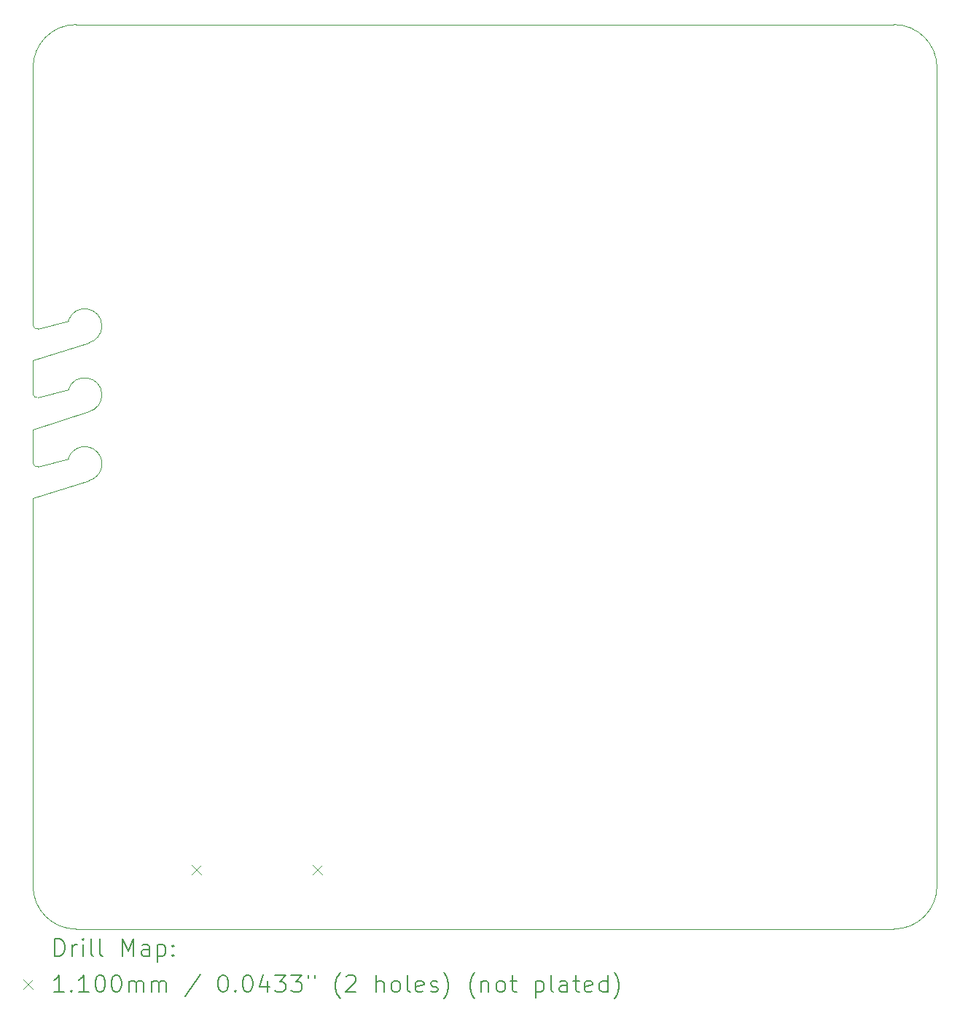
<source format=gbr>
%TF.GenerationSoftware,KiCad,Pcbnew,(6.0.7)*%
%TF.CreationDate,2022-10-06T16:10:52+02:00*%
%TF.ProjectId,mobo,6d6f626f-2e6b-4696-9361-645f70636258,4A*%
%TF.SameCoordinates,Original*%
%TF.FileFunction,Drillmap*%
%TF.FilePolarity,Positive*%
%FSLAX45Y45*%
G04 Gerber Fmt 4.5, Leading zero omitted, Abs format (unit mm)*
G04 Created by KiCad (PCBNEW (6.0.7)) date 2022-10-06 16:10:52*
%MOMM*%
%LPD*%
G01*
G04 APERTURE LIST*
%ADD10C,0.050000*%
%ADD11C,0.200000*%
%ADD12C,0.110000*%
G04 APERTURE END LIST*
D10*
X15900000Y-4100000D02*
X6400000Y-4100000D01*
X6400000Y-4100000D02*
G75*
G03*
X5900000Y-4600000I0J-500000D01*
G01*
X16400000Y-4600000D02*
G75*
G03*
X15900000Y-4100000I-500000J0D01*
G01*
X16400000Y-14100000D02*
X16400000Y-4600000D01*
X6700000Y-8400000D02*
G75*
G03*
X6310263Y-8336754I-200000J0D01*
G01*
X6548683Y-9393761D02*
G75*
G03*
X6310440Y-9136489I-48503J194031D01*
G01*
X5900000Y-9189734D02*
X5900000Y-8800000D01*
X6310263Y-8336754D02*
X5960000Y-8430000D01*
X6548507Y-8594028D02*
X5900000Y-8800000D01*
X6310263Y-7536754D02*
X5960000Y-7630000D01*
X6310440Y-9136489D02*
X5960000Y-9229734D01*
X6700000Y-7600000D02*
G75*
G03*
X6310263Y-7536754I-200000J0D01*
G01*
X5899996Y-9189735D02*
G75*
G03*
X5960000Y-9229734I44564J1845D01*
G01*
X6548507Y-7794028D02*
G75*
G03*
X6700000Y-7600000I-48507J194029D01*
G01*
X5900000Y-7590000D02*
G75*
G03*
X5960000Y-7630000I44340J1510D01*
G01*
X6548507Y-8594028D02*
G75*
G03*
X6700000Y-8400000I-48507J194028D01*
G01*
X6400000Y-14600000D02*
X15900000Y-14600000D01*
X5900000Y-9599734D02*
X5900000Y-14100000D01*
X6548507Y-7794028D02*
X5900000Y-8000000D01*
X5900000Y-14100000D02*
G75*
G03*
X6400000Y-14600000I500000J0D01*
G01*
X6548684Y-9393763D02*
X5900000Y-9599734D01*
X5900000Y-7590000D02*
X5900000Y-4600000D01*
X5900000Y-8390000D02*
G75*
G03*
X5960000Y-8430000I44560J1840D01*
G01*
X5900000Y-8000000D02*
X5900000Y-8390000D01*
X15900000Y-14600000D02*
G75*
G03*
X16400000Y-14100000I0J500000D01*
G01*
D11*
D12*
X7745000Y-13855000D02*
X7855000Y-13965000D01*
X7855000Y-13855000D02*
X7745000Y-13965000D01*
X9145000Y-13855000D02*
X9255000Y-13965000D01*
X9255000Y-13855000D02*
X9145000Y-13965000D01*
D11*
X6155119Y-14912976D02*
X6155119Y-14712976D01*
X6202738Y-14712976D01*
X6231309Y-14722500D01*
X6250357Y-14741548D01*
X6259881Y-14760595D01*
X6269405Y-14798690D01*
X6269405Y-14827262D01*
X6259881Y-14865357D01*
X6250357Y-14884405D01*
X6231309Y-14903452D01*
X6202738Y-14912976D01*
X6155119Y-14912976D01*
X6355119Y-14912976D02*
X6355119Y-14779643D01*
X6355119Y-14817738D02*
X6364643Y-14798690D01*
X6374167Y-14789167D01*
X6393214Y-14779643D01*
X6412262Y-14779643D01*
X6478928Y-14912976D02*
X6478928Y-14779643D01*
X6478928Y-14712976D02*
X6469405Y-14722500D01*
X6478928Y-14732024D01*
X6488452Y-14722500D01*
X6478928Y-14712976D01*
X6478928Y-14732024D01*
X6602738Y-14912976D02*
X6583690Y-14903452D01*
X6574167Y-14884405D01*
X6574167Y-14712976D01*
X6707500Y-14912976D02*
X6688452Y-14903452D01*
X6678928Y-14884405D01*
X6678928Y-14712976D01*
X6936071Y-14912976D02*
X6936071Y-14712976D01*
X7002738Y-14855833D01*
X7069405Y-14712976D01*
X7069405Y-14912976D01*
X7250357Y-14912976D02*
X7250357Y-14808214D01*
X7240833Y-14789167D01*
X7221786Y-14779643D01*
X7183690Y-14779643D01*
X7164643Y-14789167D01*
X7250357Y-14903452D02*
X7231309Y-14912976D01*
X7183690Y-14912976D01*
X7164643Y-14903452D01*
X7155119Y-14884405D01*
X7155119Y-14865357D01*
X7164643Y-14846309D01*
X7183690Y-14836786D01*
X7231309Y-14836786D01*
X7250357Y-14827262D01*
X7345595Y-14779643D02*
X7345595Y-14979643D01*
X7345595Y-14789167D02*
X7364643Y-14779643D01*
X7402738Y-14779643D01*
X7421786Y-14789167D01*
X7431309Y-14798690D01*
X7440833Y-14817738D01*
X7440833Y-14874881D01*
X7431309Y-14893928D01*
X7421786Y-14903452D01*
X7402738Y-14912976D01*
X7364643Y-14912976D01*
X7345595Y-14903452D01*
X7526548Y-14893928D02*
X7536071Y-14903452D01*
X7526548Y-14912976D01*
X7517024Y-14903452D01*
X7526548Y-14893928D01*
X7526548Y-14912976D01*
X7526548Y-14789167D02*
X7536071Y-14798690D01*
X7526548Y-14808214D01*
X7517024Y-14798690D01*
X7526548Y-14789167D01*
X7526548Y-14808214D01*
D12*
X5787500Y-15187500D02*
X5897500Y-15297500D01*
X5897500Y-15187500D02*
X5787500Y-15297500D01*
D11*
X6259881Y-15332976D02*
X6145595Y-15332976D01*
X6202738Y-15332976D02*
X6202738Y-15132976D01*
X6183690Y-15161548D01*
X6164643Y-15180595D01*
X6145595Y-15190119D01*
X6345595Y-15313928D02*
X6355119Y-15323452D01*
X6345595Y-15332976D01*
X6336071Y-15323452D01*
X6345595Y-15313928D01*
X6345595Y-15332976D01*
X6545595Y-15332976D02*
X6431309Y-15332976D01*
X6488452Y-15332976D02*
X6488452Y-15132976D01*
X6469405Y-15161548D01*
X6450357Y-15180595D01*
X6431309Y-15190119D01*
X6669405Y-15132976D02*
X6688452Y-15132976D01*
X6707500Y-15142500D01*
X6717024Y-15152024D01*
X6726548Y-15171071D01*
X6736071Y-15209167D01*
X6736071Y-15256786D01*
X6726548Y-15294881D01*
X6717024Y-15313928D01*
X6707500Y-15323452D01*
X6688452Y-15332976D01*
X6669405Y-15332976D01*
X6650357Y-15323452D01*
X6640833Y-15313928D01*
X6631309Y-15294881D01*
X6621786Y-15256786D01*
X6621786Y-15209167D01*
X6631309Y-15171071D01*
X6640833Y-15152024D01*
X6650357Y-15142500D01*
X6669405Y-15132976D01*
X6859881Y-15132976D02*
X6878928Y-15132976D01*
X6897976Y-15142500D01*
X6907500Y-15152024D01*
X6917024Y-15171071D01*
X6926548Y-15209167D01*
X6926548Y-15256786D01*
X6917024Y-15294881D01*
X6907500Y-15313928D01*
X6897976Y-15323452D01*
X6878928Y-15332976D01*
X6859881Y-15332976D01*
X6840833Y-15323452D01*
X6831309Y-15313928D01*
X6821786Y-15294881D01*
X6812262Y-15256786D01*
X6812262Y-15209167D01*
X6821786Y-15171071D01*
X6831309Y-15152024D01*
X6840833Y-15142500D01*
X6859881Y-15132976D01*
X7012262Y-15332976D02*
X7012262Y-15199643D01*
X7012262Y-15218690D02*
X7021786Y-15209167D01*
X7040833Y-15199643D01*
X7069405Y-15199643D01*
X7088452Y-15209167D01*
X7097976Y-15228214D01*
X7097976Y-15332976D01*
X7097976Y-15228214D02*
X7107500Y-15209167D01*
X7126548Y-15199643D01*
X7155119Y-15199643D01*
X7174167Y-15209167D01*
X7183690Y-15228214D01*
X7183690Y-15332976D01*
X7278928Y-15332976D02*
X7278928Y-15199643D01*
X7278928Y-15218690D02*
X7288452Y-15209167D01*
X7307500Y-15199643D01*
X7336071Y-15199643D01*
X7355119Y-15209167D01*
X7364643Y-15228214D01*
X7364643Y-15332976D01*
X7364643Y-15228214D02*
X7374167Y-15209167D01*
X7393214Y-15199643D01*
X7421786Y-15199643D01*
X7440833Y-15209167D01*
X7450357Y-15228214D01*
X7450357Y-15332976D01*
X7840833Y-15123452D02*
X7669405Y-15380595D01*
X8097976Y-15132976D02*
X8117024Y-15132976D01*
X8136071Y-15142500D01*
X8145595Y-15152024D01*
X8155119Y-15171071D01*
X8164643Y-15209167D01*
X8164643Y-15256786D01*
X8155119Y-15294881D01*
X8145595Y-15313928D01*
X8136071Y-15323452D01*
X8117024Y-15332976D01*
X8097976Y-15332976D01*
X8078928Y-15323452D01*
X8069405Y-15313928D01*
X8059881Y-15294881D01*
X8050357Y-15256786D01*
X8050357Y-15209167D01*
X8059881Y-15171071D01*
X8069405Y-15152024D01*
X8078928Y-15142500D01*
X8097976Y-15132976D01*
X8250357Y-15313928D02*
X8259881Y-15323452D01*
X8250357Y-15332976D01*
X8240833Y-15323452D01*
X8250357Y-15313928D01*
X8250357Y-15332976D01*
X8383690Y-15132976D02*
X8402738Y-15132976D01*
X8421786Y-15142500D01*
X8431310Y-15152024D01*
X8440833Y-15171071D01*
X8450357Y-15209167D01*
X8450357Y-15256786D01*
X8440833Y-15294881D01*
X8431310Y-15313928D01*
X8421786Y-15323452D01*
X8402738Y-15332976D01*
X8383690Y-15332976D01*
X8364643Y-15323452D01*
X8355119Y-15313928D01*
X8345595Y-15294881D01*
X8336071Y-15256786D01*
X8336071Y-15209167D01*
X8345595Y-15171071D01*
X8355119Y-15152024D01*
X8364643Y-15142500D01*
X8383690Y-15132976D01*
X8621786Y-15199643D02*
X8621786Y-15332976D01*
X8574167Y-15123452D02*
X8526548Y-15266309D01*
X8650357Y-15266309D01*
X8707500Y-15132976D02*
X8831310Y-15132976D01*
X8764643Y-15209167D01*
X8793214Y-15209167D01*
X8812262Y-15218690D01*
X8821786Y-15228214D01*
X8831310Y-15247262D01*
X8831310Y-15294881D01*
X8821786Y-15313928D01*
X8812262Y-15323452D01*
X8793214Y-15332976D01*
X8736071Y-15332976D01*
X8717024Y-15323452D01*
X8707500Y-15313928D01*
X8897976Y-15132976D02*
X9021786Y-15132976D01*
X8955119Y-15209167D01*
X8983690Y-15209167D01*
X9002738Y-15218690D01*
X9012262Y-15228214D01*
X9021786Y-15247262D01*
X9021786Y-15294881D01*
X9012262Y-15313928D01*
X9002738Y-15323452D01*
X8983690Y-15332976D01*
X8926548Y-15332976D01*
X8907500Y-15323452D01*
X8897976Y-15313928D01*
X9097976Y-15132976D02*
X9097976Y-15171071D01*
X9174167Y-15132976D02*
X9174167Y-15171071D01*
X9469405Y-15409167D02*
X9459881Y-15399643D01*
X9440833Y-15371071D01*
X9431310Y-15352024D01*
X9421786Y-15323452D01*
X9412262Y-15275833D01*
X9412262Y-15237738D01*
X9421786Y-15190119D01*
X9431310Y-15161548D01*
X9440833Y-15142500D01*
X9459881Y-15113928D01*
X9469405Y-15104405D01*
X9536071Y-15152024D02*
X9545595Y-15142500D01*
X9564643Y-15132976D01*
X9612262Y-15132976D01*
X9631310Y-15142500D01*
X9640833Y-15152024D01*
X9650357Y-15171071D01*
X9650357Y-15190119D01*
X9640833Y-15218690D01*
X9526548Y-15332976D01*
X9650357Y-15332976D01*
X9888452Y-15332976D02*
X9888452Y-15132976D01*
X9974167Y-15332976D02*
X9974167Y-15228214D01*
X9964643Y-15209167D01*
X9945595Y-15199643D01*
X9917024Y-15199643D01*
X9897976Y-15209167D01*
X9888452Y-15218690D01*
X10097976Y-15332976D02*
X10078929Y-15323452D01*
X10069405Y-15313928D01*
X10059881Y-15294881D01*
X10059881Y-15237738D01*
X10069405Y-15218690D01*
X10078929Y-15209167D01*
X10097976Y-15199643D01*
X10126548Y-15199643D01*
X10145595Y-15209167D01*
X10155119Y-15218690D01*
X10164643Y-15237738D01*
X10164643Y-15294881D01*
X10155119Y-15313928D01*
X10145595Y-15323452D01*
X10126548Y-15332976D01*
X10097976Y-15332976D01*
X10278929Y-15332976D02*
X10259881Y-15323452D01*
X10250357Y-15304405D01*
X10250357Y-15132976D01*
X10431310Y-15323452D02*
X10412262Y-15332976D01*
X10374167Y-15332976D01*
X10355119Y-15323452D01*
X10345595Y-15304405D01*
X10345595Y-15228214D01*
X10355119Y-15209167D01*
X10374167Y-15199643D01*
X10412262Y-15199643D01*
X10431310Y-15209167D01*
X10440833Y-15228214D01*
X10440833Y-15247262D01*
X10345595Y-15266309D01*
X10517024Y-15323452D02*
X10536071Y-15332976D01*
X10574167Y-15332976D01*
X10593214Y-15323452D01*
X10602738Y-15304405D01*
X10602738Y-15294881D01*
X10593214Y-15275833D01*
X10574167Y-15266309D01*
X10545595Y-15266309D01*
X10526548Y-15256786D01*
X10517024Y-15237738D01*
X10517024Y-15228214D01*
X10526548Y-15209167D01*
X10545595Y-15199643D01*
X10574167Y-15199643D01*
X10593214Y-15209167D01*
X10669405Y-15409167D02*
X10678929Y-15399643D01*
X10697976Y-15371071D01*
X10707500Y-15352024D01*
X10717024Y-15323452D01*
X10726548Y-15275833D01*
X10726548Y-15237738D01*
X10717024Y-15190119D01*
X10707500Y-15161548D01*
X10697976Y-15142500D01*
X10678929Y-15113928D01*
X10669405Y-15104405D01*
X11031310Y-15409167D02*
X11021786Y-15399643D01*
X11002738Y-15371071D01*
X10993214Y-15352024D01*
X10983690Y-15323452D01*
X10974167Y-15275833D01*
X10974167Y-15237738D01*
X10983690Y-15190119D01*
X10993214Y-15161548D01*
X11002738Y-15142500D01*
X11021786Y-15113928D01*
X11031310Y-15104405D01*
X11107500Y-15199643D02*
X11107500Y-15332976D01*
X11107500Y-15218690D02*
X11117024Y-15209167D01*
X11136071Y-15199643D01*
X11164643Y-15199643D01*
X11183690Y-15209167D01*
X11193214Y-15228214D01*
X11193214Y-15332976D01*
X11317024Y-15332976D02*
X11297976Y-15323452D01*
X11288452Y-15313928D01*
X11278928Y-15294881D01*
X11278928Y-15237738D01*
X11288452Y-15218690D01*
X11297976Y-15209167D01*
X11317024Y-15199643D01*
X11345595Y-15199643D01*
X11364643Y-15209167D01*
X11374167Y-15218690D01*
X11383690Y-15237738D01*
X11383690Y-15294881D01*
X11374167Y-15313928D01*
X11364643Y-15323452D01*
X11345595Y-15332976D01*
X11317024Y-15332976D01*
X11440833Y-15199643D02*
X11517024Y-15199643D01*
X11469405Y-15132976D02*
X11469405Y-15304405D01*
X11478928Y-15323452D01*
X11497976Y-15332976D01*
X11517024Y-15332976D01*
X11736071Y-15199643D02*
X11736071Y-15399643D01*
X11736071Y-15209167D02*
X11755119Y-15199643D01*
X11793214Y-15199643D01*
X11812262Y-15209167D01*
X11821786Y-15218690D01*
X11831309Y-15237738D01*
X11831309Y-15294881D01*
X11821786Y-15313928D01*
X11812262Y-15323452D01*
X11793214Y-15332976D01*
X11755119Y-15332976D01*
X11736071Y-15323452D01*
X11945595Y-15332976D02*
X11926548Y-15323452D01*
X11917024Y-15304405D01*
X11917024Y-15132976D01*
X12107500Y-15332976D02*
X12107500Y-15228214D01*
X12097976Y-15209167D01*
X12078928Y-15199643D01*
X12040833Y-15199643D01*
X12021786Y-15209167D01*
X12107500Y-15323452D02*
X12088452Y-15332976D01*
X12040833Y-15332976D01*
X12021786Y-15323452D01*
X12012262Y-15304405D01*
X12012262Y-15285357D01*
X12021786Y-15266309D01*
X12040833Y-15256786D01*
X12088452Y-15256786D01*
X12107500Y-15247262D01*
X12174167Y-15199643D02*
X12250357Y-15199643D01*
X12202738Y-15132976D02*
X12202738Y-15304405D01*
X12212262Y-15323452D01*
X12231309Y-15332976D01*
X12250357Y-15332976D01*
X12393214Y-15323452D02*
X12374167Y-15332976D01*
X12336071Y-15332976D01*
X12317024Y-15323452D01*
X12307500Y-15304405D01*
X12307500Y-15228214D01*
X12317024Y-15209167D01*
X12336071Y-15199643D01*
X12374167Y-15199643D01*
X12393214Y-15209167D01*
X12402738Y-15228214D01*
X12402738Y-15247262D01*
X12307500Y-15266309D01*
X12574167Y-15332976D02*
X12574167Y-15132976D01*
X12574167Y-15323452D02*
X12555119Y-15332976D01*
X12517024Y-15332976D01*
X12497976Y-15323452D01*
X12488452Y-15313928D01*
X12478928Y-15294881D01*
X12478928Y-15237738D01*
X12488452Y-15218690D01*
X12497976Y-15209167D01*
X12517024Y-15199643D01*
X12555119Y-15199643D01*
X12574167Y-15209167D01*
X12650357Y-15409167D02*
X12659881Y-15399643D01*
X12678928Y-15371071D01*
X12688452Y-15352024D01*
X12697976Y-15323452D01*
X12707500Y-15275833D01*
X12707500Y-15237738D01*
X12697976Y-15190119D01*
X12688452Y-15161548D01*
X12678928Y-15142500D01*
X12659881Y-15113928D01*
X12650357Y-15104405D01*
M02*

</source>
